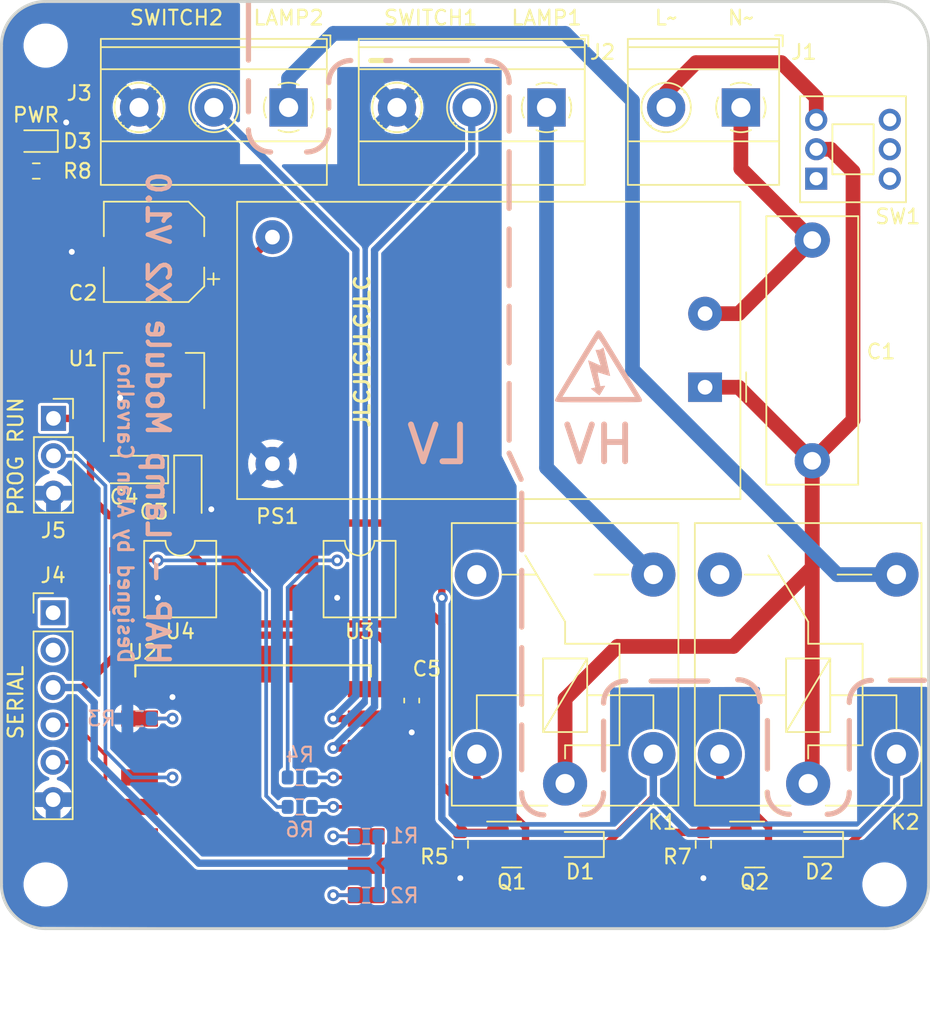
<source format=kicad_pcb>
(kicad_pcb (version 20221018) (generator pcbnew)
  (title_block (title "Lamp Module X2") (date "2024-05-09") (rev "1.0") (company "Alan Carvalho"))
  (layers (0 "F.Cu" signal) (31 "B.Cu" signal) (34 "B.Paste" user) (35 "F.Paste" user) (36 "B.SilkS" user "B.Silkscreen") (37 "F.SilkS" user "F.Silkscreen") (38 "B.Mask" user) (39 "F.Mask" user) (44 "Edge.Cuts" user))
  (net 0 "")
  (net 1 "LINE")
  (net 2 "NEUT")
  (net 3 "+12V")
  (net 4 "GND")
  (net 5 "+3.3V")
  (net 6 "Net-(D3-A)")
  (net 7 "Net-(D1-A)")
  (net 8 "Net-(D2-A)")
  (net 9 "LAMP1")
  (net 10 "SWITCH1")
  (net 11 "Net-(J1-Pin_2)")
  (net 12 "LAMP2")
  (net 13 "SWITCH2")
  (net 14 "TX")
  (net 15 "RX")
  (net 18 "Net-(Q1-G)")
  (net 19 "Net-(U2-CH_PD)")
  (net 20 "Net-(U2-REST)")
  (net 21 "Net-(U2-GPIO15)")
  (net 23 "FLASH")
  (net 36 "Net-(Q2-G)")
  (net 37 "Net-(R4-Pad1)")
  (net 38 "RELAY1")
  (net 39 "Net-(R6-Pad1)")
  (net 40 "RELAY2")
  (footprint "Capacitor_SMD:C_0603_1608Metric" (layer "F.Cu") (at 141.717001 98.422846 -90)
    (fp_text reference "C5" (at -2.156846 -1.030999 -180) (layer "F.SilkS"))
    (fp_text value "0.1uF" hide)
    (pad "1" smd roundrect (at -0.775 0 270) (size 0.9 0.95) (layers "F.Cu" "F.Paste" "F.Mask") (net 5 "+3.3V"))
    (pad "2" smd roundrect (at 0.775 0 270) (size 0.9 0.95) (layers "F.Cu" "F.Paste" "F.Mask") (net 4 "GND"))
  )
  (footprint "Package_TO_SOT_SMD:SOT-23" (layer "F.Cu") (at 148.5115 108.204)
    (fp_text reference "Q1" (at 0 2.54 180) (layer "F.SilkS"))
    (fp_text value "2N7002H" hide)
    (pad "1" smd roundrect (at -0.9375 -0.95) (size 1.475 0.6) (layers "F.Cu" "F.Paste" "F.Mask") (net 18 "Net-(Q1-G)"))
    (pad "2" smd roundrect (at -0.9375 0.95) (size 1.475 0.6) (layers "F.Cu" "F.Paste" "F.Mask") (net 4 "GND"))
    (pad "3" smd roundrect (at 0.9375 0) (size 1.475 0.6) (layers "F.Cu" "F.Paste" "F.Mask") (net 7 "Net-(D1-A)"))
  )
  (footprint "MountingHole:MountingHole_2.5mm" (layer "F.Cu") (at 116.84 53.918154 90)
    (fp_text reference "REF**" hide)
    (fp_text value "MountingHole_2.5mm" hide)
    (pad "" np_thru_hole circle (at 0 0 90) (size 2.5 2.5) (drill 2.5) (layers "F&B.Cu" "*.Mask"))
  )
  (footprint "Diode_SMD:D_SOD-323F" (layer "F.Cu") (at 153.162 108.204 180)
    (fp_text reference "D1" (at 0 -1.85) (layer "F.SilkS"))
    (fp_text value "1N4148" hide)
    (pad "1" smd roundrect (at -1.1 0 180) (size 0.5 0.5) (layers "F.Cu" "F.Paste" "F.Mask") (net 3 "+12V"))
    (pad "2" smd roundrect (at 1.1 0 180) (size 0.5 0.5) (layers "F.Cu" "F.Paste" "F.Mask") (net 7 "Net-(D1-A)"))
  )
  (footprint "Connector_PinSocket_2.54mm:PinSocket_1x03_P2.54mm_Vertical" (layer "F.Cu") (at 117.373 79.248)
    (fp_text reference "J5" (at 0 7.62) (layer "F.SilkS"))
    (fp_text value "Conn_01x03_Socket" hide)
    (fp_text user "RUN" (at -2.565 0.127 90 unlocked) (layer "F.SilkS"))
    (fp_text user "PROG" (at -2.565 4.572 90 unlocked) (layer "F.SilkS"))
    (pad "1" thru_hole rect (at 0 0) (size 1.7 1.7) (drill 1) (layers "*.Cu" "*.Mask") (net 5 "+3.3V"))
    (pad "2" thru_hole oval (at 0 2.54) (size 1.7 1.7) (drill 1) (layers "*.Cu" "*.Mask") (net 23 "FLASH"))
    (pad "3" thru_hole oval (at 0 5.08) (size 1.7 1.7) (drill 1) (layers "*.Cu" "*.Mask") (net 4 "GND"))
  )
  (footprint "Diode_SMD:D_SOD-323F" (layer "F.Cu") (at 169.418 108.204 180)
    (fp_text reference "D2" (at 0 -1.85) (layer "F.SilkS"))
    (fp_text value "1N4148" hide)
    (pad "1" smd roundrect (at -1.1 0 180) (size 0.5 0.5) (layers "F.Cu" "F.Paste" "F.Mask") (net 3 "+12V"))
    (pad "2" smd roundrect (at 1.1 0 180) (size 0.5 0.5) (layers "F.Cu" "F.Paste" "F.Mask") (net 8 "Net-(D2-A)"))
  )
  (footprint "MountingHole:MountingHole_2.5mm" (layer "F.Cu") (at 173.84 110.918153 -90)
    (fp_text reference "REF**" hide)
    (fp_text value "MountingHole_2.5mm" hide)
    (pad "" np_thru_hole circle (at 0 0 270) (size 2.5 2.5) (drill 2.5) (layers "F&B.Cu" "*.Mask"))
  )
  (footprint "LED_SMD:LED_0603_1608Metric" (layer "F.Cu") (at 116.185 60.4073 180)
    (fp_text reference "D3" (at -2.814 0 180) (layer "F.SilkS"))
    (fp_text value "LED" hide)
    (fp_text user "PWR" (at 0 1.778 unlocked) (layer "F.SilkS"))
    (pad "1" smd roundrect (at -0.7875 0 180) (size 0.875 0.95) (layers "F.Cu" "F.Paste" "F.Mask") (net 4 "GND"))
    (pad "2" smd roundrect (at 0.7875 0 180) (size 0.875 0.95) (layers "F.Cu" "F.Paste" "F.Mask") (net 6 "Net-(D3-A)"))
  )
  (footprint "Relay_THT:Relay_SPDT_Finder_36.11" (layer "F.Cu") (at 168.656 104.062001 90)
    (fp_text reference "K2" (at -2.617999 6.604 180) (layer "F.SilkS"))
    (fp_text value "12V 5A" hide)
    (pad "11" thru_hole circle (at 0 0 90) (size 3 3) (drill 1.3) (layers "*.Cu" "*.Mask") (net 1 "LINE"))
    (pad "12" thru_hole circle (at 14.2 -6 90) (size 3 3) (drill 1.3) (layers "*.Cu" "*.Mask"))
    (pad "14" thru_hole circle (at 14.2 6 90) (size 3 3) (drill 1.3) (layers "*.Cu" "*.Mask") (net 12 "LAMP2"))
    (pad "A1" thru_hole circle (at 2 6 90) (size 3 3) (drill 1.3) (layers "*.Cu" "*.Mask") (net 3 "+12V"))
    (pad "A2" thru_hole circle (at 2 -6 90) (size 3 3) (drill 1.3) (layers "*.Cu" "*.Mask") (net 8 "Net-(D2-A)"))
  )
  (footprint "Resistor_SMD:R_0603_1608Metric" (layer "F.Cu") (at 161.536 108.204 -90)
    (fp_text reference "R7" (at 0.825 1.77 -180) (layer "F.SilkS"))
    (fp_text value "10k" hide)
    (pad "1" smd roundrect (at -0.825 0 270) (size 0.8 0.95) (layers "F.Cu" "F.Paste" "F.Mask") (net 36 "Net-(Q2-G)"))
    (pad "2" smd roundrect (at 0.825 0 270) (size 0.8 0.95) (layers "F.Cu" "F.Paste" "F.Mask") (net 4 "GND"))
  )
  (footprint "Relay_THT:Relay_SPDT_Finder_36.11" (layer "F.Cu") (at 152.139 104.062 90)
    (fp_text reference "K1" (at -2.618 6.611) (layer "F.SilkS"))
    (fp_text value "12V 5A" hide)
    (pad "11" thru_hole circle (at 0 0 90) (size 3 3) (drill 1.3) (layers "*.Cu" "*.Mask") (net 1 "LINE"))
    (pad "12" thru_hole circle (at 14.2 -6 90) (size 3 3) (drill 1.3) (layers "*.Cu" "*.Mask"))
    (pad "14" thru_hole circle (at 14.2 6 90) (size 3 3) (drill 1.3) (layers "*.Cu" "*.Mask") (net 9 "LAMP1"))
    (pad "A1" thru_hole circle (at 2 6 90) (size 3 3) (drill 1.3) (layers "*.Cu" "*.Mask") (net 3 "+12V"))
    (pad "A2" thru_hole circle (at 2 -6 90) (size 3 3) (drill 1.3) (layers "*.Cu" "*.Mask") (net 7 "Net-(D1-A)"))
  )
  (footprint "TerminalBlock_Phoenix:TerminalBlock_Phoenix_MKDS-1,5-3-5.08_1x03_P5.08mm_Horizontal" (layer "F.Cu") (at 150.876 58.1213 180)
    (fp_text reference "J2" (at -3.81 3.7653) (layer "F.SilkS"))
    (fp_text value "Screw_Terminal_01x03" hide)
    (fp_text user "SWITCH1" (at 7.874 6.096 unlocked) (layer "F.SilkS"))
    (fp_text user "LAMP1" (at 0 6.096 unlocked) (layer "F.SilkS"))
    (pad "1" thru_hole rect (at 0 0 180) (size 2.6 2.6) (drill 1.3) (layers "*.Cu" "*.Mask") (net 9 "LAMP1"))
    (pad "2" thru_hole circle (at 5.08 0 180) (size 2.6 2.6) (drill 1.3) (layers "*.Cu" "*.Mask") (net 10 "SWITCH1"))
    (pad "3" thru_hole circle (at 10.16 0 180) (size 2.6 2.6) (drill 1.3) (layers "*.Cu" "*.Mask") (net 4 "GND"))
  )
  (footprint "Connector_PinHeader_2.54mm:PinHeader_1x06_P2.54mm_Vertical" (layer "F.Cu") (at 117.348 92.456)
    (fp_text reference "J4" (at 0 -2.54) (layer "F.SilkS"))
    (fp_text value "Conn_01x06_Socket" hide)
    (fp_text user "SERIAL" (at -2.54 6.096 90 unlocked) (layer "F.SilkS"))
    (pad "1" thru_hole rect (at 0 0) (size 1.7 1.7) (drill 1) (layers "*.Cu" "*.Mask"))
    (pad "2" thru_hole oval (at 0 2.54) (size 1.7 1.7) (drill 1) (layers "*.Cu" "*.Mask"))
    (pad "3" thru_hole oval (at 0 5.08) (size 1.7 1.7) (drill 1) (layers "*.Cu" "*.Mask") (net 5 "+3.3V"))
    (pad "4" thru_hole oval (at 0 7.62) (size 1.7 1.7) (drill 1) (layers "*.Cu" "*.Mask") (net 14 "TX"))
    (pad "5" thru_hole oval (at 0 10.16) (size 1.7 1.7) (drill 1) (layers "*.Cu" "*.Mask") (net 15 "RX"))
    (pad "6" thru_hole oval (at 0 12.7) (size 1.7 1.7) (drill 1) (layers "*.Cu" "*.Mask") (net 4 "GND"))
  )
  (footprint "TerminalBlock_Phoenix:TerminalBlock_Phoenix_MKDS-1,5-2-5.08_1x02_P5.08mm_Horizontal" (layer "F.Cu") (at 164.084 58.1213 180)
    (fp_text reference "J1" (at -4.286 3.7653) (layer "F.SilkS"))
    (fp_text value "Screw_Terminal_01x02" hide)
    (fp_text user "L~" (at 5.08 6.096 unlocked) (layer "F.SilkS"))
    (fp_text user "N~" (at 0 6.096 unlocked) (layer "F.SilkS"))
    (pad "1" thru_hole rect (at 0 0 180) (size 2.6 2.6) (drill 1.3) (layers "*.Cu" "*.Mask") (net 2 "NEUT"))
    (pad "2" thru_hole circle (at 5.08 0 180) (size 2.6 2.6) (drill 1.3) (layers "*.Cu" "*.Mask") (net 11 "Net-(J1-Pin_2)"))
  )
  (footprint "Package_TO_SOT_SMD:SOT-223-3_TabPin2" (layer "F.Cu") (at 124.206 76.707999 90)
    (fp_text reference "U1" (at 1.523999 -4.826 180) (layer "F.SilkS"))
    (fp_text value "AMS1117-3.3" hide)
    (pad "1" smd rect (at -3.15 -2.3 90) (size 2 1.5) (layers "F.Cu" "F.Paste" "F.Mask") (net 4 "GND"))
    (pad "2" smd rect (at -3.15 0 90) (size 2 1.5) (layers "F.Cu" "F.Paste" "F.Mask") (net 5 "+3.3V"))
    (pad "2" smd rect (at 3.15 0 90) (size 2 3.8) (layers "F.Cu" "F.Paste" "F.Mask") (net 5 "+3.3V"))
    (pad "3" smd rect (at -3.15 2.3 90) (size 2 1.5) (layers "F.Cu" "F.Paste" "F.Mask") (net 3 "+12V"))
  )
  (footprint "Resistor_SMD:R_0603_1608Metric" (layer "F.Cu") (at 145.019 108.204 -90)
    (fp_text reference "R5" (at 0.825 1.763 -180) (layer "F.SilkS"))
    (fp_text value "10k" hide)
    (pad "1" smd roundrect (at -0.825 0 270) (size 0.8 0.95) (layers "F.Cu" "F.Paste" "F.Mask") (net 18 "Net-(Q1-G)"))
    (pad "2" smd roundrect (at 0.825 0 270) (size 0.8 0.95) (layers "F.Cu" "F.Paste" "F.Mask") (net 4 "GND"))
  )
  (footprint "Capacitor_Tantalum_SMD:CP_EIA-3216-18_Kemet-A" (layer "F.Cu") (at 122.856 82.724 180)
    (fp_text reference "C4" (at 0.682 -1.858 180) (layer "F.SilkS"))
    (fp_text value "10uF" hide)
    (pad "1" smd roundrect (at -1.35 0 180) (size 1.4 1.35) (layers "F.Cu" "F.Paste" "F.Mask") (roundrect_rratio 0.1851851852) (net 5 "+3.3V"))
    (pad "2" smd roundrect (at 1.35 0 180) (size 1.4 1.35) (layers "F.Cu" "F.Paste" "F.Mask") (roundrect_rratio 0.1851851852) (net 4 "GND"))
  )
  (footprint "ESP8266:ESP-12E_SMD" (layer "F.Cu") (at 137.922 111.647846 180)
    (fp_text reference "U2" (at 14.493 16.524 180) (layer "F.SilkS"))
    (fp_text value "ESP-12E" hide)
    (pad "1" smd rect (at 0 0 180) (size 2.5 1.1) (drill (offset -0.7 0)) (layers "F.Cu" "F.Paste" "F.Mask") (net 20 "Net-(U2-REST)"))
    (pad "2" smd rect (at 0 2 180) (size 2.5 1.1) (drill (offset -0.7 0)) (layers "F.Cu" "F.Paste" "F.Mask"))
    (pad "3" smd rect (at 0 4 180) (size 2.5 1.1) (drill (offset -0.7 0)) (layers "F.Cu" "F.Paste" "F.Mask") (net 19 "Net-(U2-CH_PD)"))
    (pad "4" smd rect (at 0 6 180) (size 2.5 1.1) (drill (offset -0.7 0)) (layers "F.Cu" "F.Paste" "F.Mask") (net 40 "RELAY2"))
    (pad "5" smd rect (at 0 8 180) (size 2.5 1.1) (drill (offset -0.7 0)) (layers "F.Cu" "F.Paste" "F.Mask") (net 38 "RELAY1"))
    (pad "6" smd rect (at 0 10 180) (size 2.5 1.1) (drill (offset -0.7 0)) (layers "F.Cu" "F.Paste" "F.Mask") (net 10 "SWITCH1"))
    (pad "7" smd rect (at 0 12 180) (size 2.5 1.1) (drill (offset -0.7 0)) (layers "F.Cu" "F.Paste" "F.Mask") (net 13 "SWITCH2"))
    (pad "8" smd rect (at 0 14 180) (size 2.5 1.1) (drill (offset -0.7 0)) (layers "F.Cu" "F.Paste" "F.Mask") (net 5 "+3.3V"))
    (pad "9" smd rect (at 14 14 180) (size 2.5 1.1) (drill (offset 0.7 0)) (layers "F.Cu" "F.Paste" "F.Mask") (net 4 "GND"))
    (pad "10" smd rect (at 14 12 180) (size 2.5 1.1) (drill (offset 0.7 0)) (layers "F.Cu" "F.Paste" "F.Mask") (net 21 "Net-(U2-GPIO15)"))
    (pad "11" smd rect (at 14 10 180) (size 2.5 1.1) (drill (offset 0.7 0)) (layers "F.Cu" "F.Paste" "F.Mask"))
    (pad "12" smd rect (at 14 8 180) (size 2.5 1.1) (drill (offset 0.7 0)) (layers "F.Cu" "F.Paste" "F.Mask") (net 23 "FLASH"))
    (pad "13" smd rect (at 14 6 180) (size 2.5 1.1) (drill (offset 0.7 0)) (layers "F.Cu" "F.Paste" "F.Mask"))
    (pad "14" smd rect (at 14 4 180) (size 2.5 1.1) (drill (offset 0.7 0)) (layers "F.Cu" "F.Paste" "F.Mask"))
    (pad "15" smd rect (at 14 2 180) (size 2.5 1.1) (drill (offset 0.7 0)) (layers "F.Cu" "F.Paste" "F.Mask") (net 14 "TX"))
    (pad "16" smd rect (at 14 0 180) (size 2.5 1.1) (drill (offset 0.7 0)) (layers "F.Cu" "F.Paste" "F.Mask") (net 15 "RX"))
    (pad "17" smd rect (at 1.99 15 270) (size 2.5 1.1) (drill (offset -0.7 0)) (layers "F.Cu" "F.Paste" "F.Mask"))
    (pad "18" smd rect (at 3.99 15 270) (size 2.5 1.1) (drill (offset -0.7 0)) (layers "F.Cu" "F.Paste" "F.Mask"))
    (pad "19" smd rect (at 5.99 15 270) (size 2.5 1.1) (drill (offset -0.7 0)) (layers "F.Cu" "F.Paste" "F.Mask"))
    (pad "20" smd rect (at 7.99 15 270) (size 2.5 1.1) (drill (offset -0.7 0)) (layers "F.Cu" "F.Paste" "F.Mask"))
    (pad "21" smd rect (at 9.99 15 270) (size 2.5 1.1) (drill (offset -0.7 0)) (layers "F.Cu" "F.Paste" "F.Mask"))
    (pad "22" smd rect (at 11.99 15 270) (size 2.5 1.1) (drill (offset -0.7 0)) (layers "F.Cu" "F.Paste" "F.Mask"))
  )
  (footprint "Capacitor_THT:C_Rect_L18.0mm_W6.0mm_P15.00mm_FKS3_FKP3" (layer "F.Cu") (at 168.934 82.1313 90)
    (fp_text reference "C1" (at 7.42 4.674) (layer "F.SilkS"))
    (fp_text value "0.1uF" hide)
    (pad "1" thru_hole circle (at 0 0 90) (size 2.4 2.4) (drill 1.2) (layers "*.Cu" "*.Mask") (net 1 "LINE"))
    (pad "2" thru_hole circle (at 15 0 90) (size 2.4 2.4) (drill 1.2) (layers "*.Cu" "*.Mask") (net 2 "NEUT"))
  )
  (footprint "Package_DIP:SMDIP-4_W7.62mm" (layer "F.Cu") (at 138.176 90.17)
    (fp_text reference "U3" (at 0 3.556 180) (layer "F.SilkS"))
    (fp_text value "PC817" hide)
    (pad "1" smd rect (at -3.81 -1.27) (size 2 1.78) (layers "F.Cu" "F.Paste" "F.Mask") (net 37 "Net-(R4-Pad1)"))
    (pad "2" smd rect (at -3.81 1.27) (size 2 1.78) (layers "F.Cu" "F.Paste" "F.Mask") (net 4 "GND"))
    (pad "3" smd rect (at 3.81 1.27) (size 2 1.78) (layers "F.Cu" "F.Paste" "F.Mask") (net 18 "Net-(Q1-G)"))
    (pad "4" smd rect (at 3.81 -1.27) (size 2 1.78) (layers "F.Cu" "F.Paste" "F.Mask") (net 3 "+12V"))
  )
  (footprint "Converter_ACDC:Converter_ACDC_HiLink_HLK-PMxx" (layer "F.Cu") (at 161.6525 77.1313 180)
    (fp_text reference "PS1" (at 29.0645 -8.772) (layer "F.SilkS"))
    (fp_text value "HLK-PM12" hide)
    (pad "1" thru_hole rect (at 0 0 180) (size 2.3 2) (drill 1) (layers "*.Cu" "*.Mask") (net 1 "LINE"))
    (pad "2" thru_hole circle (at 0 5 180) (size 2.3 2.3) (drill 1) (layers "*.Cu" "*.Mask") (net 2 "NEUT"))
    (pad "3" thru_hole circle (at 29.4 -5.2 180) (size 2.3 2.3) (drill 1) (layers "*.Cu" "*.Mask") (net 4 "GND"))
    (pad "4" thru_hole circle (at 29.4 10.2 180) (size 2.3 2.3) (drill 1) (layers "*.Cu" "*.Mask") (net 3 "+12V"))
  )
  (footprint "Capacitor_Tantalum_SMD:CP_EIA-3216-18_Kemet-A" (layer "F.Cu") (at 126.505999 84.074 -90)
    (fp_text reference "C3" (at 1.524 2.299999 -180) (layer "F.SilkS"))
    (fp_text value "10uF" hide)
    (pad "1" smd roundrect (at -1.35 0 270) (size 1.4 1.35) (layers "F.Cu" "F.Paste" "F.Mask") (roundrect_rratio 0.1851851852) (net 3 "+12V"))
    (pad "2" smd roundrect (at 1.35 0 270) (size 1.4 1.35) (layers "F.Cu" "F.Paste" "F.Mask") (roundrect_rratio 0.1851851852) (net 4 "GND"))
  )
  (footprint "MountingHole:MountingHole_2.5mm" (layer "F.Cu") (at 116.84 110.918154 90)
    (fp_text reference "REF**" hide)
    (fp_text value "MountingHole_2.5mm" hide)
    (pad "" np_thru_hole circle (at 0 0 90) (size 2.5 2.5) (drill 2.5) (layers "*.Cu" "*.Mask"))
  )
  (footprint "TerminalBlock_Phoenix:TerminalBlock_Phoenix_MKDS-1,5-3-5.08_1x03_P5.08mm_Horizontal" (layer "F.Cu") (at 133.35 58.1213 180)
    (fp_text reference "J3" (at 14.224 0.9713) (layer "F.SilkS"))
    (fp_text value "Screw_Terminal_01x03" hide)
    (fp_text user "LAMP2" (at 0 6.096 unlocked) (layer "F.SilkS"))
    (fp_text user "SWITCH2" (at 7.62 6.096 unlocked) (layer "F.SilkS"))
    (pad "1" thru_hole rect (at 0 0 180) (size 2.6 2.6) (drill 1.3) (layers "*.Cu" "*.Mask") (net 12 "LAMP2"))
    (pad "2" thru_hole circle (at 5.08 0 180) (size 2.6 2.6) (drill 1.3) (layers "*.Cu" "*.Mask") (net 13 "SWITCH2"))
    (pad "3" thru_hole circle (at 10.16 0 180) (size 2.6 2.6) (drill 1.3) (layers "*.Cu" "*.Mask") (net 4 "GND"))
  )
  (footprint "MountingHole:MountingHole_2.5mm" (layer "F.Cu") (at 173.84 53.9181 -90)
    (fp_text reference "REF**" hide)
    (fp_text value "MountingHole_2.5mm" hide)
    (pad "" np_thru_hole circle (at 0 0 270) (size 2.5 2.5) (drill 2.5) (layers "F&B.Cu" "*.Mask"))
  )
  (footprint "Capacitor_SMD:CP_Elec_6.3x7.7" (layer "F.Cu") (at 124.206 67.9313 180)
    (fp_text reference "C2" (at 4.826 -2.794) (layer "F.SilkS"))
    (fp_text value "100uF" hide)
    (pad "1" smd roundrect (at -2.7 0 180) (size 3.5 1.6) (layers "F.Cu" "F.Paste" "F.Mask") (roundrect_rratio 0.15625) (net 3 "+12V"))
    (pad "2" smd roundrect (at 2.7 0 180) (size 3.5 1.6) (layers "F.Cu" "F.Paste" "F.Mask") (roundrect_rratio 0.15625) (net 4 "GND"))
  )
  (footprint "Resistor_SMD:R_0603_1608Metric" (layer "F.Cu") (at 116.205 62.4393)
    (fp_text reference "R8" (at 2.794 0) (layer "F.SilkS"))
    (fp_text value "2.2k" hide)
    (pad "1" smd roundrect (at -0.825 0) (size 0.8 0.95) (layers "F.Cu" "F.Paste" "F.Mask") (net 6 "Net-(D3-A)"))
    (pad "2" smd roundrect (at 0.825 0) (size 0.8 0.95) (layers "F.Cu" "F.Paste" "F.Mask") (net 3 "+12V"))
  )
  (footprint "Package_DIP:SMDIP-4_W7.62mm" (layer "F.Cu") (at 125.984 90.17)
    (fp_text reference "U4" (at 0 3.556) (layer "F.SilkS"))
    (fp_text value "PC817" hide)
    (pad "1" smd rect (at -3.81 -1.27) (size 2 1.78) (layers "F.Cu" "F.Paste" "F.Mask") (net 39 "Net-(R6-Pad1)"))
    (pad "2" smd rect (at -3.81 1.27) (size 2 1.78) (layers "F.Cu" "F.Paste" "F.Mask") (net 4 "GND"))
    (pad "3" smd rect (at 3.81 1.27) (size 2 1.78) (layers "F.Cu" "F.Paste" "F.Mask") (net 36 "Net-(Q2-G)"))
    (pad "4" smd rect (at 3.81 -1.27) (size 2 1.78) (layers "F.Cu" "F.Paste" "F.Mask") (net 3 "+12V"))
  )
  (footprint "MyLibrary:Toggle_Switch_SelfLocking_7x7" (layer "F.Cu") (at 171.704 60.96 90)
    (fp_text reference "SW1" (at -4.572 3.048 unlocked) (layer "F.SilkS"))
    (fp_text value "SW_SPDT" hide)
    (pad "1" thru_hole rect (at -2 -2.5 90) (size 1.5 1.5) (drill 0.9) (layers "*.Cu" "*.Mask"))
    (pad "2" thru_hole circle (at 0 -2.5 90) (size 1.5 1.5) (drill 0.9) (layers "*.Cu" "*.Mask") (net 1 "LINE"))
    (pad "3" thru_hole circle (at 2 -2.5 90) (size 1.5 1.5) (drill 0.9) (layers "*.Cu" "*.Mask") (net 11 "Net-(J1-Pin_2)"))
    (pad "4" thru_hole circle (at -2 2.5 90) (size 1.5 1.5) (drill 0.9) (layers "*.Cu" "*.Mask"))
    (pad "5" thru_hole circle (at 0 2.5 90) (size 1.5 1.5) (drill 0.9) (layers "*.Cu" "*.Mask"))
    (pad "6" thru_hole circle (at 2 2.5 90) (size 1.5 1.5) (drill 0.9) (layers "*.Cu" "*.Mask"))
  )
  (footprint "Package_TO_SOT_SMD:SOT-23" (layer "F.Cu") (at 165.0215 108.204)
    (fp_text reference "Q2" (at 0 2.54) (layer "F.SilkS"))
    (fp_text value "2N7002H" hide)
    (pad "1" smd roundrect (at -0.9375 -0.95) (size 1.475 0.6) (layers "F.Cu" "F.Paste" "F.Mask") (net 36 "Net-(Q2-G)"))
    (pad "2" smd roundrect (at -0.9375 0.95) (size 1.475 0.6) (layers "F.Cu" "F.Paste" "F.Mask") (net 4 "GND"))
    (pad "3" smd roundrect (at 0.9375 0) (size 1.475 0.6) (layers "F.Cu" "F.Paste" "F.Mask") (net 8 "Net-(D2-A)"))
  )
  (footprint "Resistor_SMD:R_0603_1608Metric" (layer "B.Cu") (at 134.112 105.647846)
    (fp_text reference "R6" (at 0 1.540154) (layer "B.SilkS") (effects (justify mirror)))
    (fp_text value "390" hide)
    (pad "1" smd roundrect (at -0.825 0) (size 0.8 0.95) (layers "B.Cu" "B.Paste" "B.Mask") (net 39 "Net-(R6-Pad1)"))
    (pad "2" smd roundrect (at 0.825 0) (size 0.8 0.95) (layers "B.Cu" "B.Paste" "B.Mask") (net 40 "RELAY2"))
  )
  (footprint "Resistor_SMD:R_0603_1608Metric" (layer "B.Cu") (at 134.112 103.647848)
    (fp_text reference "R4" (at 0 -1.539848) (layer "B.SilkS") (effects (justify mirror)))
    (fp_text value "390" hide)
    (pad "1" smd roundrect (at -0.825 0) (size 0.8 0.95) (layers "B.Cu" "B.Paste" "B.Mask") (net 37 "Net-(R4-Pad1)"))
    (pad "2" smd roundrect (at 0.825 0) (size 0.8 0.95) (layers "B.Cu" "B.Paste" "B.Mask") (net 38 "RELAY1"))
  )
  (footprint "Resistor_SMD:R_0603_1608Metric" (layer "B.Cu") (at 138.622 111.647846 180)
    (fp_text reference "R2" (at -2.587 -0.025498 180) (layer "B.SilkS") (effects (justify mirror)))
    (fp_text value "10k" hide)
    (pad "1" smd roundrect (at -0.825 0 180) (size 0.8 0.95) (layers "B.Cu" "B.Paste" "B.Mask") (net 5 "+3.3V"))
    (pad "2" smd roundrect (at 0.825 0 180) (size 0.8 0.95) (layers "B.Cu" "B.Paste" "B.Mask") (net 20 "Net-(U2-REST)"))
  )
  (footprint "LOGO" (layer "B.Cu") (at 154.432 75.692 180)
    (fp_text reference "G***" hide)
    (fp_text value "LOGO" hide)
  )
  (footprint "Resistor_SMD:R_0603_1608Metric" (layer "B.Cu") (at 123.222 99.647852 180)
    (fp_text reference "R3" (at 2.587 0 180) (layer "B.SilkS") (effects (justify mirror)))
    (fp_text value "10k" hide)
    (pad "1" smd roundrect (at -0.825 0 180) (size 0.8 0.95) (layers "B.Cu" "B.Paste" "B.Mask") (net 21 "Net-(U2-GPIO15)"))
    (pad "2" smd roundrect (at 0.825 0 180) (size 0.8 0.95) (layers "B.Cu" "B.Paste" "B.Mask") (net 4 "GND"))
  )
  (footprint "Resistor_SMD:R_0603_1608Metric" (layer "B.Cu") (at 138.622 107.647853 180)
    (fp_text reference "R1" (at -2.587 0.038505 180) (layer "B.SilkS") (effects (justify mirror)))
    (fp_text value "10k" hide)
    (pad "1" smd roundrect (at -0.825 0 180) (size 0.8 0.95) (layers "B.Cu" "B.Paste" "B.Mask") (net 5 "+3.3V"))
    (pad "2" smd roundrect (at 0.825 0 180) (size 0.8 0.95) (layers "B.Cu" "B.Paste" "B.Mask") (net 19 "Net-(U2-CH_PD)"))
  )
  (gr_line (start 145.542 54.93266) (end 139.954 54.93266) (stroke (width 0.35) (type dash)) (layer "B.SilkS"))
  (gr_line (start 157.988 97.096661) (end 163.068 97.096661) (stroke (width 0.35) (type dash)) (layer "B.SilkS"))
  (gr_line (start 171.45 99.7773) (end 171.45 103.0793) (stroke (width 0.35) (type dash)) (layer "B.SilkS"))
  (gr_arc (start 163.878 97.0073) (mid 164.93866 97.44664) (end 165.378 98.5073) (stroke (width 0.35)) (layer "B.SilkS"))
  (gr_arc (start 136.07534 56.43266) (mid 136.51468 55.372) (end 137.57534 54.93266) (stroke (width 0.35)) (layer "B.SilkS"))
  (gr_arc (start 154.754647 104.692715) (mid 154.315307 105.753375) (end 153.254647 106.192715) (stroke (width 0.35)) (layer "B.SilkS"))
  (gr_arc (start 132.12466 61.14534) (mid 131.064 60.706) (end 130.62466 59.64534) (stroke (width 0.35)) (layer "B.SilkS"))
  (gr_arc (start 146.836 54.93266) (mid 147.89666 55.372) (end 148.336 56.43266) (stroke (width 0.35)) (layer "B.SilkS"))
  (gr_line (start 165.886 99.7773) (end 165.886 103.0793) (stroke (width 0.35) (type dash)) (layer "B.SilkS"))
  (gr_line (start 154.754647 99.822015) (end 154.754647 103.124015) (stroke (width 0.35) (type dash)) (layer "B.SilkS"))
  (gr_line (start 130.62466 51.054) (end 130.62466 58.42) (stroke (width 0.35) (type dash)) (layer "B.SilkS"))
  (gr_arc (start 136.07534 59.64534) (mid 135.636 60.706) (end 134.57534 61.14534) (stroke (width 0.35)) (layer "B.SilkS"))
  (gr_arc (start 167.386 106.148) (mid 166.32534 105.70866) (end 165.886 104.648) (stroke (width 0.35)) (layer "B.SilkS"))
  (gr_line (start 149.190647 84.328) (end 149.190647 103.124015) (stroke (width 0.35) (type dash)) (layer "B.SilkS"))
  (gr_line (start 136.07534 57.658) (end 136.07534 58.166) (stroke (width 0.35) (type dash)) (layer "B.SilkS"))
  (gr_arc (start 150.690647 106.192715) (mid 149.629987 105.753375) (end 149.190647 104.692715) (stroke (width 0.35)) (layer "B.SilkS"))
  (gr_arc (start 171.45 104.648) (mid 171.01066 105.70866) (end 169.95 106.148) (stroke (width 0.35)) (layer "B.SilkS"))
  (gr_line (start 148.336 80.7273) (end 148.336 57.404) (stroke (width 0.35) (type dash)) (layer "B.SilkS"))
  (gr_arc (start 171.45 98.551946) (mid 171.889353 97.491285) (end 172.95 97.051946) (stroke (width 0.35)) (layer "B.SilkS"))
  (gr_line (start 174.244 97.051946) (end 176.554 97.051946) (stroke (width 0.35) (type dash)) (layer "B.SilkS"))
  (gr_arc (start 154.754647 98.596661) (mid 155.193993 97.536007) (end 156.254647 97.096661) (stroke (width 0.35)) (layer "B.SilkS"))
  (gr_line (start 149.1488 83.3882) (end 148.336 81.6102) (stroke (width 0.35)) (layer "B.SilkS"))
  (gr_line (start 165.886 99.7773) (end 165.886 103.0793) (stroke (width 0.35) (type dash)) (layer "F.SilkS"))
  (gr_arc (start 150.690647 106.192715) (mid 149.629987 105.753375) (end 149.190647 104.692715) (stroke (width 0.35)) (layer "F.SilkS"))
  (gr_line (start 171.45 99.7773) (end 171.45 103.0793) (stroke (width 0.35) (type dash)) (layer "F.SilkS"))
  (gr_line (start 154.754647 99.822015) (end 154.754647 103.124015) (stroke (width 0.35) (type dash)) (layer "F.SilkS"))
  (gr_line (start 130.62466 51.054) (end 130.62466 58.42) (stroke (width 0.35) (type dash)) (layer "F.SilkS"))
  (gr_arc (start 136.07534 56.43266) (mid 136.51468 55.372) (end 137.57534 54.93266) (stroke (width 0.35)) (layer "F.SilkS"))
  (gr_line (start 149.190647 84.328) (end 149.190647 103.124015) (stroke (width 0.35) (type dash)) (layer "F.SilkS"))
  (gr_line (start 145.542 54.93266) (end 138.938 54.93266) (stroke (width 0.35) (type dash)) (layer "F.SilkS"))
  (gr_arc (start 167.362 106.148) (mid 166.30134 105.70866) (end 165.862 104.648) (stroke (width 0.35)) (layer "F.SilkS"))
  (gr_arc (start 146.836 54.93266) (mid 147.89666 55.372) (end 148.336 56.43266) (stroke (width 0.35)) (layer "F.SilkS"))
  (gr_arc (start 163.878 97.0073) (mid 164.93866 97.44664) (end 165.378 98.5073) (stroke (width 0.35)) (layer "F.SilkS"))
  (gr_line (start 157.988 97.096661) (end 163.068 97.096661) (stroke (width 0.35) (type dash)) (layer "F.SilkS"))
  (gr_line (start 149.1488 83.3882) (end 148.336 81.6102) (stroke (width 0.35)) (layer "F.SilkS"))
  (gr_arc (start 136.07534 59.64534) (mid 135.636 60.706) (end 134.57534 61.14534) (stroke (width 0.35)) (layer "F.SilkS"))
  (gr_line (start 174.244 97.028) (end 176.554 97.028) (stroke (width 0.35) (type dash)) (layer "F.SilkS"))
  (gr_line (start 136.07534 57.658) (end 136.07534 58.166) (stroke (width 0.35) (type dash)) (layer "F.SilkS"))
  (gr_arc (start 154.754647 98.596661) (mid 155.193993 97.536007) (end 156.254647 97.096661) (stroke (width 0.35)) (layer "F.SilkS"))
  (gr_arc (start 154.754647 104.692715) (mid 154.315307 105.753375) (end 153.254647 106.192715) (stroke (width 0.35)) (layer "F.SilkS"))
  (gr_arc (start 132.12466 61.14534) (mid 131.064 60.706) (end 130.62466 59.64534) (stroke (width 0.35)) (layer "F.SilkS"))
  (gr_arc (start 171.45 98.551946) (mid 171.889353 97.491285) (end 172.95 97.051946) (stroke (width 0.35)) (layer "F.SilkS"))
  (gr_line (start 148.336 80.7273) (end 148.336 57.404) (stroke (width 0.35) (type dash)) (layer "F.SilkS"))
  (gr_arc (start 171.45 104.648) (mid 171.01066 105.70866) (end 169.95 106.148) (stroke (width 0.35)) (layer "F.SilkS"))
  (gr_line (start 116.84 50.9181) (end 173.84 50.9181) (stroke (width 0.2)) (layer "Edge.Cuts"))
  (gr_arc (start 113.84 53.918154) (mid 114.718656 51.79681) (end 116.84 50.918154) (stroke (width 0.2)) (layer "Edge.Cuts"))
  (gr_arc (start 173.84 50.9181) (mid 175.961344 51.796756) (end 176.84 53.9181) (stroke (width 0.2)) (layer "Edge.Cuts"))
  (gr_arc (start 116.84 113.918154) (mid 114.718656 113.039497) (end 113.84 110.918153) (stroke (width 0.2)) (layer "Edge.Cuts"))
  (gr_line (start 113.84 110.918154) (end 113.84 53.918154) (stroke (width 0.2)) (layer "Edge.Cuts"))
  (gr_line (start 116.84 113.918154) (end 173.84 113.918154) (stroke (width 0.2)) (layer "Edge.Cuts"))
  (gr_line (start 176.84 53.9181) (end 176.84 110.918153) (stroke (width 0.2)) (layer "Edge.Cuts"))
  (gr_arc (start 176.84 110.918153) (mid 175.961337 113.039503) (end 173.84 113.918153) (stroke (width 0.2)) (layer "Edge.Cuts"))
  (gr_text "LV" (at 143.51 81.026) (layer "B.SilkS") (effects (font (size 2.5 2.5) (thickness 0.4) bold) (justify mirror)))
  (gr_text "HV" (at 154.432 81.026) (layer "B.SilkS") (effects (font (size 2.5 2.5) (thickness 0.4) bold) (justify mirror)))
  (gr_text "HAP - Lamp Module X2 V1.0" (at 124.46 79.248 270) (layer "B.SilkS") (effects (font (size 1.5 1.5) (thickness 0.3) bold) (justify mirror)))
  (gr_text "Designed by Alan Carvalho" (at 121.666 96.012 270) (layer "B.SilkS") (effects (font (size 1 1) (thickness 0.2) bold) (justify left bottom mirror)))
  (gr_text "JLCJLCJLCJLC" (at 138.938 79.974158 90) (layer "F.SilkS") (effects (font (size 1 1) (thickness 0.2) bold) (justify left bottom)))
  (segment (start 168.934 82.1313) (end 168.934 103.784001) (width 1) (layer "F.Cu") (net 1))
  (segment (start 163.576 94.742) (end 155.702 94.742) (width 1) (layer "F.Cu") (net 1))
  (segment (start 168.934 103.784001) (end 168.656 104.062001) (width 1) (layer "F.Cu") (net 1))
  (segment (start 161.6525 77.1313) (end 163.934 77.1313) (width 1) (layer "F.Cu") (net 1))
  (segment (start 171.704 62.473025) (end 171.704 79.3613) (width 1) (layer "F.Cu") (net 1))
  (segment (start 155.702 94.742) (end 152.139 98.305) (width 1) (layer "F.Cu") (net 1))
  (segment (start 168.934 82.1313) (end 168.934 89.384) (width 1) (layer "F.Cu") (net 1))
  (segment (start 168.934 89.384) (end 163.576 94.742) (width 1) (layer "F.Cu") (net 1))
  (segment (start 163.934 77.1313) (end 168.934 82.1313) (width 1) (layer "F.Cu") (net 1))
  (segment (start 171.704 79.3613) (end 168.934 82.1313) (width 1) (layer "F.Cu") (net 1))
  (segment (start 169.204 60.96) (end 170.190975 60.96) (width 1) (layer "F.Cu") (net 1))
  (segment (start 152.139 98.305) (end 152.139 104.062) (width 1) (layer "F.Cu") (net 1))
  (segment (start 170.190975 60.96) (end 171.704 62.473025) (width 1) (layer "F.Cu") (net 1))
  (segment (start 164.084 62.2813) (end 168.934 67.1313) (width 1) (layer "F.Cu") (net 2))
  (segment (start 161.6525 72.1313) (end 163.934 72.1313) (width 1) (layer "F.Cu") (net 2))
  (segment (start 163.934 72.1313) (end 168.934 67.1313) (width 1) (layer "F.Cu") (net 2))
  (segment (start 164.084 58.0703) (end 164.084 62.2813) (width 1) (layer "F.Cu") (net 2))
  (segment (start 128.778 69.8033) (end 128.778 81.126999) (width 0.5) (layer "F.Cu") (net 3))
  (segment (start 140.716 86.36) (end 141.986 87.63) (width 0.5) (layer "F.Cu") (net 3))
  (segment (start 170.518 108.204) (end 171.45 108.204) (width 0.5) (layer "F.Cu") (net 3))
  (segment (start 126.906 66.454) (end 126.906 67.9313) (width 0.5) (layer "F.Cu") (net 3))
  (segment (start 129.794 88.646) (end 129.794 87.63) (width 0.5) (layer "F.Cu") (net 3))
  (segment (start 117.03 62.4393) (end 117.03 63.182) (width 0.5) (layer "F.Cu") (net 3))
  (segment (start 154.262 108.204) (end 154.94 108.204) (width 0.5) (layer "F.Cu") (net 3))
  (segment (start 171.45 108.204) (end 174.656 104.998) (width 0.5) (layer "F.Cu") (net 3))
  (segment (start 117.03 63.182) (end 118.364 64.516) (width 0.5) (layer "F.Cu") (net 3))
  (segment (start 118.364 64.516) (end 124.968 64.516) (width 0.5) (layer "F.Cu") (net 3))
  (segment (start 126.505998 79.858001) (end 126.505999 82.724) (width 0.5) (layer "F.Cu") (net 3))
  (segment (start 141.986 87.63) (end 141.986 88.646) (width 0.5) (layer "F.Cu") (net 3))
  (segment (start 126.505999 82.724) (end 127.180999 82.724) (width 0.5) (layer "F.Cu") (net 3))
  (segment (start 131.064 86.36) (end 140.716 86.36) (width 0.5) (layer "F.Cu") (net 3))
  (segment (start 126.506 79.858) (end 126.505998 79.858001) (width 0.5) (layer "F.Cu") (net 3))
  (segment (start 141.986 88.9) (end 142.748 88.9) (width 0.5) (layer "F.Cu") (net 3))
  (segment (start 124.968 64.516) (end 126.906 66.454) (width 0.5) (layer "F.Cu") (net 3))
  (segment (start 142.748 88.9) (end 143.764 89.916) (width 0.5) (layer "F.Cu") (net 3))
  (segment (start 127.180999 82.724) (end 129.794 85.337001) (width 0.5) (layer "F.Cu") (net 3))
  (segment (start 126.906 67.9313) (end 131.2525 67.9313) (width 0.5) (layer "F.Cu") (net 3))
  (segment (start 131.2525 67.9313) (end 132.2525 66.9313) (width 0.5) (layer "F.Cu") (net 3))
  (segment (start 143.764 89.916) (end 143.764 91.44) (width 0.5) (layer "F.Cu") (net 3))
  (segment (start 154.94 108.204) (end 158.139 105.005) (width 0.5) (layer "F.Cu") (net 3))
  (segment (start 158.139 105.005) (end 158.139 102.062) (width 0.5) (layer "F.Cu") (net 3))
  (segment (start 129.794 87.63) (end 131.064 86.36) (width 0.5) (layer "F.Cu") (net 3))
  (segment (start 174.656 104.998) (end 174.656 102.062001) (width 0.5) (layer "F.Cu") (net 3))
  (segment (start 128.778 81.126999) (end 127.180999 82.724) (width 0.5) (layer "F.Cu") (net 3))
  (segment (start 126.906 67.9313) (end 128.778 69.8033) (width 0.5) (layer "F.Cu") (net 3))
  (segment (start 129.794 85.337001) (end 129.794 88.646) (width 0.5) (layer "F.Cu") (net 3))
  (via (at 143.764 91.44) (size 0.8) (drill 0.4) (layers "F.Cu" "B.Cu") (net 3))
  (segment (start 172.212 107.442) (end 160.528 107.442) (width 0.5) (layer "B.Cu") (net 3))
  (segment (start 160.528 107.442) (end 158.139 105.053) (width 0.5) (layer "B.Cu") (net 3))
  (segment (start 158.139 105.053) (end 158.139 102.062) (width 0.5) (layer "B.Cu") (net 3))
  (segment (start 174.656 104.998) (end 172.212 107.442) (width 0.5) (layer "B.Cu") (net 3))
  (segment (start 155.75 107.442) (end 158.139 105.053) (width 0.5) (layer "B.Cu") (net 3))
  (segment (start 143.764 91.44) (end 143.764 106.426) (width 0.5) (layer "B.Cu") (net 3))
  (segment (start 143.764 106.426) (end 144.78 107.442) (width 0.5) (layer "B.Cu") (net 3))
  (segment (start 144.78 107.442) (end 155.75 107.442) (width 0.5) (layer "B.Cu") (net 3))
  (segment (start 174.656 102.062001) (end 174.656 104.998) (width 0.5) (layer "B.Cu") (net 3))
  (segment (start 121.506 67.9313) (end 118.618 67.9313) (width 0.5) (layer "F.Cu") (net 4))
  (segment (start 161.536 109.029) (end 161.536 110.49) (width 0.5) (layer "F.Cu") (net 4))
  (segment (start 145.019 109.029) (end 145.019 110.49) (width 0.5) (layer "F.Cu") (net 4))
  (segment (start 163.959 109.029) (end 164.084 109.154) (width 0.25) (layer "F.Cu") (net 4))
  (segment (start 121.905999 82.324) (end 121.506 82.724) (width 0.5) (layer "F.Cu") (net 4))
  (segment (start 134.112 91.44) (end 136.652 91.44) (width 0.5) (layer "F.Cu") (net 4))
  (segment (start 116.9725 60.4018) (end 118.237 59.1373) (width 0.25) (layer "F.Cu") (net 4))
  (segment (start 121.905999 77.851) (end 121.906 79.858) (width 0.5) (layer "F.Cu") (net 4))
  (segment (start 121.906 79.858) (end 121.905999 82.324) (width 0.5) (layer "F.Cu") (net 4))
  (segment (start 116.9725 60.4073) (end 116.9725 60.4018) (width 0.25) (layer "F.Cu") (net 4))
  (segment (start 161.536 109.029) (end 163.959 109.029) (width 0.5) (layer "F.Cu") (net 4))
  (segment (start 123.922 97.647846) (end 124.922997 97.647846) (width 0.25) (layer "F.Cu") (net 4))
  (segment (start 141.717001 99.197846) (end 141.717001 100.584) (width 0.25) (layer "F.Cu") (net 4))
  (segment (start 147.449 109.029) (end 147.574 109.154) (width 0.25) (layer "F.Cu") (net 4))
  (segment (start 124.922997 97.647846) (end 125.460999 98.185848) (width 0.25) (layer "F.Cu") (net 4))
  (segment (start 145.019 109.029) (end 147.449 109.029) (width 0.5) (layer "F.Cu") (net 4))
  (segment (start 122.174 91.44) (end 124.46 91.44) (width 0.5) (layer "F.Cu") (net 4))
  (segment (start 128.0983 85.424) (end 126.505999 85.424) (width 0.5) (layer "F.Cu") (net 4))
  (via (at 121.905999 77.851) (size 0.8) (drill 0.4) (layers "F.Cu" "B.Cu") (net 4))
  (via (at 118.237 59.1373) (size 0.8) (drill 0.4) (layers "F.Cu" "B.Cu") (net 4))
  (via (at 128.0983 85.424) (size 0.8) (drill 0.4) (layers "F.Cu" "B.Cu") (net 4))
  (via (at 141.717001 100.584) (size 0.8) (drill 0.4) (layers "F.Cu" "B.Cu") (net 4))
  (via (at 118.618 67.9313) (size 0.8) (drill 0.4) (layers "F.Cu" "B.Cu") (net 4))
  (via (at 161.536 110.49) (size 0.8) (drill 0.4) (layers "F.Cu" "B.Cu") (net 4))
  (via (at 124.46 91.44) (size 0.8) (drill 0.4) (layers "F.Cu" "B.Cu") (net 4))
  (via (at 136.652 91.44) (size 0.8) (drill 0.4) (layers "F.Cu" "B.Cu") (net 4))
  (via (at 125.460999 98.185848) (size 0.8) (drill 0.4) (layers "F.Cu" "B.Cu") (net 4))
  (via (at 145.019 110.49) (size 0.8) (drill 0.4) (layers "F.Cu" "B.Cu") (net 4))
  (segment (start 117.373 79.248) (end 118.618 79.248) (width 0.5) (layer "F.Cu") (net 5))
  (segment (start 124.206 79.858) (end 124.206 82.724) (width 0.5) (layer "F.Cu") (net 5))
  (segment (start 139.431001 93.98) (end 141.717001 96.266) (width 0.5) (layer "F.Cu") (net 5))
  (segment (start 119.38 97.536) (end 117.602 97.536) (width 0.5) (layer "F.Cu") (net 5))
  (segment (start 122.936 93.98) (end 119.38 97.536) (width 0.5) (layer "F.Cu") (net 5))
  (segment (start 129.032 93.98) (end 139.431001 93.98) (width 0.5) (layer "F.Cu") (net 5))
  (segment (start 119.888 84.582) (end 121.158 85.852) (width 0.5) (layer "F.Cu") (net 5))
  (segment (start 127.508 89.154) (end 127.508 92.456) (width 0.5) (layer "F.Cu") (net 5))
  (segment (start 137.922 97.647846) (end 141.717001 97.647846) (width 0.25) (layer "F.Cu") (net 5))
  (segment (start 141.717001 96.266) (end 141.717001 97.647846) (width 0.5) (layer "F.Cu") (net 5))
  (segment (start 124.206 82.724) (end 124.206 85.852) (width 0.5) (layer "F.Cu") (net 5))
  (segment (start 124.206 73.558) (end 124.206 79.858) (width 0.5) (layer "F.Cu") (net 5))
  (segment (start 127.508 92.456) (end 125.984 93.98) (width 0.5) (layer "F.Cu") (net 5))
  (segment (start 137.922 97.647846) (end 137.938 97.663846) (width 0.25) (layer "F.Cu") (net 5))
  (segment (start 125.984 93.98) (end 122.936 93.98) (width 0.5) (layer "F.Cu") (net 5))
  (segment (start 119.888 80.518) (end 119.888 84.582) (width 0.5) (layer "F.Cu") (net 5))
  (segment (start 124.206 85.852) (end 127.508 89.154) (width 0.5) (layer "F.Cu") (net 5))
  (segment (start 118.618 79.248) (end 119.888 80.518) (width 0.5) (layer "F.Cu") (net 5))
  (segment (start 121.158 85.852) (end 124.206 85.852) (width 0.5) (layer "F.Cu") (net 5))
  (segment (start 127.508 92.456) (end 129.032 93.98) (width 0.5) (layer "F.Cu") (net 5))
  (segment (start 138.938 109.474) (end 127.254 109.474) (width 0.5) (layer "B.Cu") (net 5))
  (segment (start 139.447 109.983) (end 138.938 109.474) (width 0.5) (layer "B.Cu") (net 5))
  (segment (start 120.142 102.362) (end 120.142 98.552) (width 0.5) (layer "B.Cu") (net 5))
  (segment (start 139.446 107.648853) (end 139.446 108.966) (width 0.5) (layer "B.Cu") (net 5))
  (segment (start 139.447 111.647846) (end 139.447 109.983) (width 0.5) (layer "B.Cu") (net 5))
  (segment (start 139.447 107.647853) (end 139.446 107.648853) (width 0.5) (layer "B.Cu") (net 5))
  (segment (start 139.446 108.966) (end 138.938 109.474) (width 0.5) (layer "B.Cu") (net 5))
  (segment (start 119.126 97.536) (end 117.348 97.536) (width 0.5) (layer "B.Cu") (net 5))
  (segment (start 127.254 109.474) (end 120.142 102.362) (width 0.5) (layer "B.Cu") (net 5))
  (segment (start 120.142 98.552) (end 119.126 97.536) (width 0.5) (layer "B.Cu") (net 5))
  (segment (start 115.3975 62.4218) (end 115.38 62.4393) (width 0.25) (layer "F.Cu") (net 6))
  (segment (start 115.3975 60.4073) (end 115.3975 62.4218) (width 0.25) (layer "F.Cu") (net 6))
  (segment (start 146.139 103.721) (end 146.139 102.062) (width 0.5) (layer "F.Cu") (net 7))
  (segment (start 149.449 108.204) (end 152.062 108.204) (width 0.5) (layer "F.Cu") (net 7))
  (segment (start 149.449 107.031) (end 146.139 103.721) (width 0.5) (layer "F.Cu") (net 7))
  (segment (start 149.449 108.204) (end 149.449 107.031) (width 0.5) (layer "F.Cu") (net 7))
  (segment (start 165.959 108.204) (end 168.318 108.204) (width 0.5) (layer "F.Cu") (net 8))
  (segment (start 165.959 108.204) (end 165.959 107.031) (width 0.5) (layer "F.Cu") (net 8))
  (segment (start 162.656 103.728) (end 162.656 102.062001) (width 0.5) (layer "F.Cu") (net 8))
  (segment (start 165.959 107.031) (end 162.656 103.728) (width 0.5) (layer "F.Cu") (net 8))
  (segment (start 150.876 58.1213) (end 150.876 82.599) (width 1) (layer "B.Cu") (net 9))
  (segment (start 150.876 82.599) (end 158.139 89.862) (width 1) (layer "B.Cu") (net 9))
  (segment (start 136.383 101.647848) (end 137.922 101.647847) (width 0.5) (layer "F.Cu") (net 10))
  (via (at 136.383 101.647848) (size 0.8) (drill 0.4) (layers "F.Cu" "B.Cu") (net 10))
  (segment (start 145.796 61.214) (end 145.796 58.1213) (width 0.5) (layer "B.Cu") (net 10))
  (segment (start 136.383 101.647848) (end 139.192 98.838848) (width 0.5) (layer "B.Cu") (net 10))
  (segment (start 139.192 98.838848) (end 139.192 67.818) (width 0.5) (layer "B.Cu") (net 10))
  (segment (start 139.192 67.818) (end 145.796 61.214) (width 0.5) (layer "B.Cu") (net 10))
  (segment (start 159.004 58.1213) (end 159.004 57.1003) (width 1) (layer "F.Cu") (net 11))
  (segment (start 166.8333 55.0733) (end 169.204 57.444) (width 1) (layer "F.Cu") (net 11))
  (segment (start 161.031 55.0733) (end 166.8333 55.0733) (width 1) (layer "F.Cu") (net 11))
  (segment (start 159.004 57.1003) (end 161.031 55.0733) (width 1) (layer "F.Cu") (net 11))
  (segment (start 169.204 57.444) (end 169.204 58.96) (width 1) (layer "F.Cu") (net 11))
  (segment (start 156.718 57.658) (end 156.718 75.946) (width 1) (layer "B.Cu") (net 12))
  (segment (start 152.146 53.086) (end 156.718 57.658) (width 1) (layer "B.Cu") (net 12))
  (segment (start 133.35 58.1213) (end 133.35 56.134) (width 1) (layer "B.Cu") (net 12))
  (segment (start 170.634001 89.862001) (end 174.656 89.862001) (width 1) (layer "B.Cu") (net 12))
  (segment (start 133.35 56.134) (end 136.398 53.086) (width 1) (layer "B.Cu") (net 12))
  (segment (start 156.718 75.946) (end 170.634001 89.862001) (width 1) (layer "B.Cu") (net 12))
  (segment (start 136.398 53.086) (end 152.146 53.086) (width 1) (layer "B.Cu") (net 12))
  (segment (start 137.922 99.647846) (end 136.383 99.647846) (width 0.5) (layer "F.Cu") (net 13))
  (via (at 136.383 99.647846) (size 0.8) (drill 0.4) (layers "F.Cu" "B.Cu") (net 13))
  (segment (start 136.383 99.647846) (end 137.922 98.108846) (width 0.5) (layer "B.Cu") (net 13))
  (segment (start 137.922 67.818) (end 128.27 58.166) (width 0.5) (layer "B.Cu") (net 13))
  (segment (start 128.27 58.166) (end 128.27 58.1213) (width 0.5) (layer "B.Cu") (net 13))
  (segment (start 137.922 98.108846) (end 137.922 67.818) (width 0.5) (layer "B.Cu") (net 13))
  (segment (start 120.904 108.458) (end 120.904 102.108) (width 0.25) (layer "F.Cu") (net 14))
  (segment (start 121.158 108.712) (end 120.904 108.458) (width 0.25) (layer "F.Cu") (net 14))
  (segment (start 123.922 109.647846) (end 122.078847 109.647846) (width 0.25) (layer "F.Cu") (net 14))
  (segment (start 122.078847 109.647846) (end 121.143001 108.712) (width 0.25) (layer "F.Cu") (net 14))
  (segment (start 120.904 102.108) (end 118.872 100.076) (width 0.25) (layer "F.Cu") (net 14))
  (segment (start 118.872 100.076) (end 117.348 100.076) (width 0.25) (layer "F.Cu") (net 14))
  (segment (start 123.922 111.647846) (end 122.046847 111.647846) (width 0.25) (layer "F.Cu") (net 15))
  (segment (start 120.142 103.886) (end 118.872 102.616) (width 0.25) (layer "F.Cu") (net 15))
  (segment (start 122.046847 111.647846) (end 120.142 109.742999) (width 0.25) (layer "F.Cu") (net 15))
  (segment (start 120.142 109.742999) (end 120.142 103.886) (width 0.25) (layer "F.Cu") (net 15))
  (segment (start 118.872 102.616) (end 117.348 102.616) (width 0.25) (layer "F.Cu") (net 15))
  (segment (start 145.019 107.379) (end 147.449 107.379) (width 0.5) (layer "F.Cu") (net 18))
  (segment (start 145.019 105.395) (end 145.019 107.379) (width 0.5) (layer "F.Cu") (net 18))
  (segment (start 141.986 91.44) (end 143.764 93.218) (width 0.5) (layer "F.Cu") (net 18))
  (segment (start 143.764 104.14) (end 145.019 105.395) (width 0.5) (layer "F.Cu") (net 18))
  (segment (start 147.449 107.379) (end 147.574 107.254) (width 0.25) (layer "F.Cu") (net 18))
  (segment (start 143.764 93.218) (end 143.764 104.14) (width 0.5) (layer "F.Cu") (net 18))
  (segment (start 136.383008 107.647846) (end 136.383001 107.647853) (width 0.25) (layer "F.Cu") (net 19))
  (segment (start 137.922 107.647846) (end 136.383008 107.647846) (width 0.25) (layer "F.Cu") (net 19))
  (via (at 136.383001 107.647853) (size 0.8) (drill 0.4) (layers "F.Cu" "B.Cu") (net 19))
  (segment (start 136.383001 107.647853) (end 137.797 107.647853) (width 0.25) (layer "B.Cu") (net 19))
  (segment (start 137.922 111.647846) (end 136.383 111.647846) (width 0.25) (layer "F.Cu") (net 20))
  (via (at 136.383 111.647846) (size 0.8) (drill 0.4) (layers "F.Cu" "B.Cu") (net 20))
  (segment (start 137.797 111.647846) (end 136.383 111.647846) (width 0.25) (layer "B.Cu") (net 20))
  (segment (start 123.922003 99.647852) (end 123.922 99.647848) (width 0.25) (layer "F.Cu") (net 21))
  (segment (start 125.460999 99.647852) (end 123.922003 99.647852) (width 0.25) (layer "F.Cu") (net 21))
  (via (at 125.460999 99.647852) (size 0.8) (drill 0.4) (layers "F.Cu" "B.Cu") (net 21))
  (segment (start 124.046999 99.647852) (end 125.460999 99.647852) (width 0.25) (layer "B.Cu") (net 21))
  (segment (start 125.460999 103.647848) (end 123.922 103.647848) (width 0.25) (layer "F.Cu") (net 23))
  (via (at 125.460999 103.647848) (size 0.8) (drill 0.4) (layers "F.Cu" "B.Cu") (net 23))
  (segment (start 125.460999 103.647848) (end 122.697848 103.647848) (width 0.25) (layer "B.Cu") (net 23))
  (segment (start 120.904 83.82) (end 118.872 81.788) (width 0.25) (layer "B.Cu") (net 23))
  (segment (start 122.697848 103.647848) (end 120.904 101.854) (width 0.25) (layer "B.Cu") (net 23))
  (segment (start 118.872 81.788) (end 117.373 81.788) (width 0.25) (layer "B.Cu") (net 23))
  (segment (start 120.904 101.854) (end 120.904 83.82) (width 0.25) (layer "B.Cu") (net 23))
  (segment (start 158.559 107.379) (end 161.536 107.379) (width 0.5) (layer "F.Cu") (net 36))
  (segment (start 144.526 111.506) (end 154.432 111.506) (width 0.5) (layer "F.Cu") (net 36))
  (segment (start 140.97 93.218) (end 143.002 95.25) (width 0.5) (layer "F.Cu") (net 36))
  (segment (start 161.536 107.379) (end 163.959 107.379) (width 0.5) (layer "F.Cu") (net 36))
  (segment (start 163.959 107.379) (end 164.084 107.254) (width 0.25) (layer "F.Cu") (net 36))
  (segment (start 129.794 91.44) (end 129.794 92.202) (width 0.5) (layer "F.Cu") (net 36))
  (segment (start 154.432 111.506) (end 158.559 107.379) (width 0.5) (layer "F.Cu") (net 36))
  (segment (start 143.002 109.982) (end 144.526 111.506) (width 0.5) (layer "F.Cu") (net 36))
  (segment (start 143.002 95.25) (end 143.002 109.982) (width 0.5) (layer "F.Cu") (net 36))
  (segment (start 129.794 92.202) (end 130.81 93.218) (width 0.5) (layer "F.Cu") (net 36))
  (segment (start 130.81 93.218) (end 140.97 93.218) (width 0.5) (layer "F.Cu") (net 36))
  (segment (start 136.652 88.9) (end 134.112 88.9) (width 0.25) (layer "F.Cu") (net 37))
  (via (at 136.652 88.9) (size 0.8) (drill 0.4) (layers "F.Cu" "B.Cu") (net 37))
  (segment (start 133.287 90.741) (end 133.287 103.647848) (width 0.25) (layer "B.Cu") (net 37))
  (segment (start 135.128 88.9) (end 133.287 90.741) (width 0.25) (layer "B.Cu") (net 37))
  (segment (start 136.652 88.9) (end 135.128 88.9) (width 0.25) (layer "B.Cu") (net 37))
  (segment (start 137.922 103.647848) (end 136.383001 103.647848) (width 0.25) (layer "F.Cu") (net 38))
  (via (at 136.383001 103.647848) (size 0.8) (drill 0.4) (layers "F.Cu" "B.Cu") (net 38))
  (segment (start 134.937 103.647848) (end 136.383001 103.647848) (width 0.25) (layer "B.Cu") (net 38))
  (segment (start 136.383003 103.647851) (end 136.383001 103.647848) (width 0.25) (layer "B.Cu") (net 38))
  (segment (start 122.174 88.9) (end 124.46 88.9) (width 0.25) (layer "F.Cu") (net 39))
  (via (at 124.46 88.9) (size 0.8) (drill 0.4) (layers "F.Cu" "B.Cu") (net 39))
  (segment (start 124.46 88.9) (end 129.794 88.9) (width 0.25) (layer "B.Cu") (net 39))
  (segment (start 131.826 90.932) (end 131.826 104.902) (width 0.25) (layer "B.Cu") (net 39))
  (segment (start 131.826 104.902) (end 132.571846 105.647846) (width 0.25) (layer "B.Cu") (net 39))
  (segment (start 132.571846 105.647846) (end 133.287 105.647846) (width 0.25) (layer "B.Cu") (net 39))
  (segment (start 129.794 88.9) (end 131.826 90.932) (width 0.25) (layer "B.Cu") (net 39))
  (segment (start 137.922 105.647846) (end 136.383001 105.647846) (width 0.25) (layer "F.Cu") (net 40))
  (via (at 136.383001 105.647846) (size 0.8) (drill 0.4) (layers "F.Cu" "B.Cu") (net 40))
  (segment (start 134.937 105.647846) (end 136.383001 105.647846) (width 0.25) (layer "B.Cu") (net 40))
  (zone (net 4) (net_name "GND") (layer "B.Cu") (connect_pads (clearance 0)) (min_thickness 0.25) (fill yes (thermal_gap 0.5) (thermal_bridge_width 1))
    (polygon (pts (xy 113.792 51.0093) (xy 130.048 51.0093) (xy 130.048 61.976) (xy 136.652 61.976) (xy 136.652 55.372) (xy 147.828 55.372) (xy 147.828 81.788) (xy 148.844 83.82) (xy 148.844 106.68) (xy 155.194 106.68) (xy 155.194 97.536) (xy 165.378 97.4913) (xy 165.378 106.6353) (xy 171.982 106.6353) (xy 171.982 97.4913) (xy 176.784 97.4913) (xy 176.784 114.0013) (xy 113.792 113.792)))
  )
)
</source>
